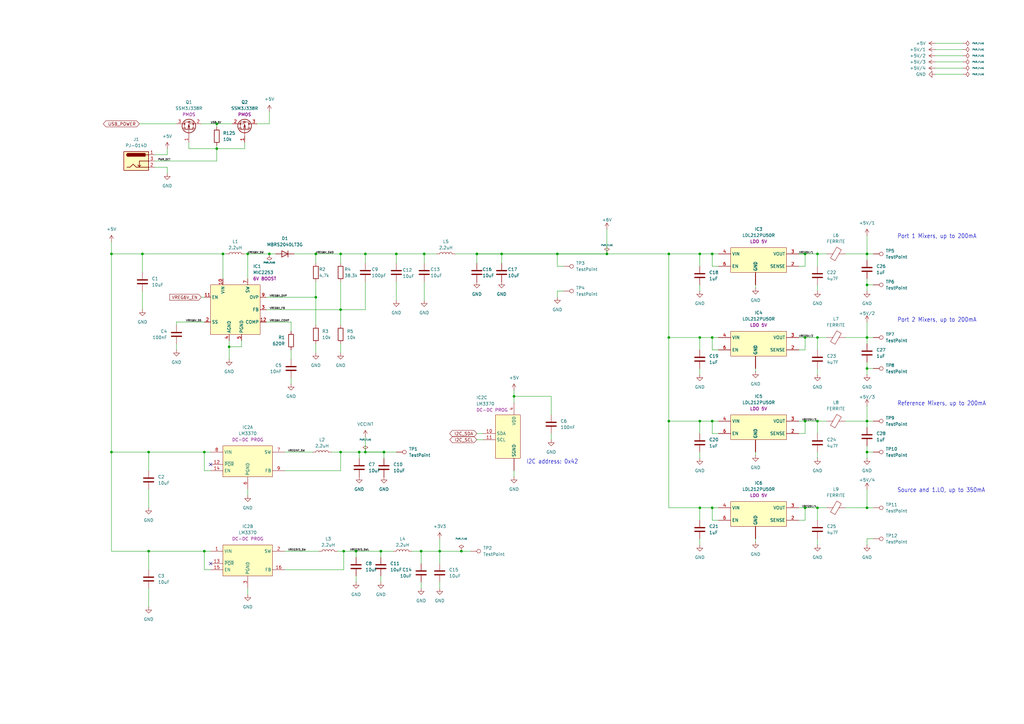
<source format=kicad_sch>
(kicad_sch (version 20231120) (generator "eeschema") (generator_version "8.0")
  (paper "A3")
  (title_block (title "Power Supply") (company "LibreVNA"))
  (lib_symbols
    (symbol "Connector:Barrel_Jack_Switch" (pin_names hide)
      (property "Reference" "J" (at 0 5.334 0))
      (property "Value" "Barrel_Jack_Switch" (at 0 -5.08 0))
      (symbol "Barrel_Jack_Switch_1_1"
        (pin passive line (at 7.62 2.54 180) (length 2.54) (name "~") (number "1"))
        (pin passive line (at 7.62 -2.54 180) (length 2.54) (name "~") (number "2"))
        (pin passive line (at 7.62 0 180) (length 2.54) (name "~") (number "3"))
      )
    )
    (symbol "Connector:TestPoint" (pin_numbers hide) (pin_names (offset 0.762) hide)
      (property "Reference" "TP" (at 0 6.858 0))
      (property "Value" "TestPoint" (at 0 5.08 0))
      (symbol "TestPoint_1_1"
        (pin passive line (at 0 0 90) (length 2.54) (name "1") (number "1"))
      )
    )
    (symbol "Device:C" (pin_numbers hide) (pin_names (offset 0.254))
      (property "Reference" "C" (at 0.635 2.54 0))
      (property "Value" "C" (at 0.635 -2.54 0))
      (symbol "C_1_1"
        (pin passive line (at 0 3.81 270) (length 2.794) (name "~") (number "1"))
        (pin passive line (at 0 -3.81 90) (length 2.794) (name "~") (number "2"))
      )
    )
    (symbol "Device:D" (pin_numbers hide) (pin_names (offset 1.016) hide)
      (property "Reference" "D" (at 0 2.54 0))
      (property "Value" "D" (at 0 -2.54 0))
      (symbol "D_1_1"
        (pin passive line (at -3.81 0 0) (length 2.54) (name "K") (number "1"))
        (pin passive line (at 3.81 0 180) (length 2.54) (name "A") (number "2"))
      )
    )
    (symbol "Device:FerriteBead" (pin_numbers hide) (pin_names (offset 0))
      (property "Reference" "FB" (at -3.81 0.635 90))
      (property "Value" "FerriteBead" (at 3.81 0 90))
      (symbol "FerriteBead_1_1"
        (pin passive line (at 0 3.81 270) (length 2.54) (name "~") (number "1"))
        (pin passive line (at 0 -3.81 90) (length 2.54) (name "~") (number "2"))
      )
    )
    (symbol "Device:L" (pin_numbers hide) (pin_names (offset 1.016) hide)
      (property "Reference" "L" (at -1.27 0 90))
      (property "Value" "L" (at 1.905 0 90))
      (symbol "L_1_1"
        (pin passive line (at 0 3.81 270) (length 1.27) (name "1") (number "1"))
        (pin passive line (at 0 -3.81 90) (length 1.27) (name "2") (number "2"))
      )
    )
    (symbol "Device:Q_PMOS_GSD" (pin_names (offset 0) hide)
      (property "Reference" "Q" (at 5.08 1.27 0))
      (property "Value" "Q_PMOS_GSD" (at 5.08 -1.27 0))
      (symbol "Q_PMOS_GSD_1_1"
        (pin input line (at -5.08 0 0) (length 2.54) (name "G") (number "1"))
        (pin passive line (at 2.54 -5.08 90) (length 2.54) (name "S") (number "2"))
        (pin passive line (at 2.54 5.08 270) (length 2.54) (name "D") (number "3"))
      )
    )
    (symbol "Device:R" (pin_numbers hide) (pin_names (offset 0))
      (property "Reference" "R" (at 2.032 0 90))
      (property "Value" "R" (at 0 0 90))
      (symbol "R_1_1"
        (pin passive line (at 0 3.81 270) (length 1.27) (name "~") (number "1"))
        (pin passive line (at 0 -3.81 90) (length 1.27) (name "~") (number "2"))
      )
    )
    (symbol "Regulator_Switching:MIC2253"
      (property "Reference" "U" (at -8.89 -11.43 0))
      (property "Value" "MIC2253" (at 7.62 -11.43 0))
      (symbol "MIC2253_1_1"
        (pin no_connect line (at -12.7 0 0) (length 2.54) hide (name "NC") (number "1"))
        (pin power_in line (at -5.08 12.7 270) (length 2.54) (name "VIN") (number "10"))
        (pin input line (at -12.7 5.08 0) (length 2.54) (name "EN") (number "11"))
        (pin input line (at 12.7 -5.08 180) (length 2.54) (name "COMP") (number "12"))
        (pin passive line (at 2.54 -12.7 90) (length 2.54) hide (name "PGND") (number "13"))
        (pin input line (at -12.7 -5.08 0) (length 2.54) (name "SS") (number "2"))
        (pin input line (at 12.7 0 180) (length 2.54) (name "FB") (number "3"))
        (pin power_in line (at -2.54 -12.7 90) (length 2.54) (name "AGND") (number "4"))
        (pin power_in line (at 2.54 -12.7 90) (length 2.54) (name "PGND") (number "5"))
        (pin passive line (at 2.54 -12.7 90) (length 2.54) hide (name "PGND") (number "6"))
        (pin power_in line (at 5.08 12.7 270) (length 2.54) (name "SW") (number "7"))
        (pin passive line (at 5.08 12.7 270) (length 2.54) hide (name "SW") (number "8"))
        (pin input line (at 12.7 5.08 180) (length 2.54) (name "OVP") (number "9"))
      )
    )
    (symbol "VNA:C-EU?{colon}1C0603"
      (property "Reference" "C" (at 1.524 0.381 0))
      (symbol "C-EU?{colon}1C0603_1_0"
        (pin passive line (at 0 2.54 270) (length 2.54) (name "1") (number "1"))
        (pin passive line (at 0 -5.08 90) (length 2.54) (name "2") (number "2"))
      )
    )
    (symbol "VNA:C-EU?{colon}2C0402"
      (property "Reference" "C" (at 1.524 0.381 0))
      (symbol "C-EU?{colon}2C0402_1_0"
        (pin passive line (at 0 2.54 270) (length 2.54) (name "1") (number "1"))
        (pin passive line (at 0 -5.08 90) (length 2.54) (name "2") (number "2"))
      )
    )
    (symbol "VNA:C-EUC1206"
      (property "Reference" "C" (at 1.524 0.381 0))
      (symbol "C-EUC1206_1_0"
        (pin passive line (at 0 2.54 270) (length 2.54) (name "1") (number "1"))
        (pin passive line (at 0 -5.08 90) (length 2.54) (name "2") (number "2"))
      )
    )
    (symbol "VNA:FERRITE"
      (property "Reference" "L" (at -1.4986 -3.81 90))
      (symbol "FERRITE_1_0"
        (pin passive line (at 0 5.08 270) (length 2.54) (name "1") (number "1"))
        (pin passive line (at 0 -5.08 90) (length 2.54) (name "2") (number "2"))
      )
    )
    (symbol "VNA:LDL212PU50R"
      (property "Reference" "IC" (at -10.16 -10.16 0))
      (property "Value" "LDL212PU50R" (at 2.54 -10.16 0))
      (symbol "LDL212PU50R_1_0"
        (pin power_in line (at 0 -12.7 90) (length 5.08) (name "GND") (number "1"))
        (pin input line (at 17.78 -5.08 180) (length 5.08) (name "SENSE") (number "2"))
        (pin power_out line (at 17.78 0 180) (length 5.08) (name "VOUT") (number "3"))
        (pin power_in line (at -15.24 0 0) (length 5.08) (name "VIN") (number "4"))
        (pin input line (at -15.24 -5.08 0) (length 5.08) (name "EN") (number "6"))
        (pin passive line (at 0 -12.7 90) (length 5.08) (name "GND") (number "7"))
      )
    )
    (symbol "VNA:LM3370"
      (property "Reference" "IC" (at -10.414 -7.62 0))
      (property "Value" "LM3370" (at 4.826 -7.62 0))
      (symbol "LM3370_1_0"
        (pin input line (at -15.24 0 0) (length 5.08) (name "~{POR}") (number "12"))
        (pin input line (at -15.24 -2.54 0) (length 5.08) (name "EN") (number "14"))
        (pin power_in line (at 0 -10.16 90) (length 5.08) (name "PGND") (number "6"))
        (pin output line (at 15.24 5.08 180) (length 5.08) (name "SW") (number "7"))
        (pin power_in line (at -15.24 5.08 0) (length 5.08) (name "VIN") (number "8"))
        (pin input line (at 15.24 -2.54 180) (length 5.08) (name "FB") (number "9"))
      )
      (symbol "LM3370_2_0"
        (pin power_in line (at -15.24 5.08 0) (length 5.08) (name "VIN") (number "1"))
        (pin input line (at -15.24 0 0) (length 5.08) (name "~{POR}") (number "13"))
        (pin input line (at -15.24 -2.54 0) (length 5.08) (name "EN") (number "15"))
        (pin input line (at 15.24 -2.54 180) (length 5.08) (name "FB") (number "16"))
        (pin output line (at 15.24 5.08 180) (length 5.08) (name "SW") (number "2"))
        (pin power_in line (at 0 -10.16 90) (length 5.08) (name "PGND") (number "3"))
      )
      (symbol "LM3370_3_0"
        (pin bidirectional line (at -10.16 2.54 0) (length 5.08) (name "SDA") (number "10"))
        (pin bidirectional line (at -10.16 0 0) (length 5.08) (name "SCL") (number "11"))
        (pin power_in line (at 2.54 -12.7 90) (length 5.08) (name "SGND") (number "17"))
        (pin power_in line (at 2.54 15.24 270) (length 5.08) (name "VDD") (number "4"))
        (pin passive line (at 2.54 -12.7 90) (length 5.08) (name "SGND") (number "5"))
      )
    )
    (symbol "VNA:R-EU_R0402"
      (property "Reference" "R" (at -3.81 1.4986 0))
      (symbol "R-EU_R0402_1_0"
        (pin passive line (at -5.08 0 0) (length 2.54) (name "1") (number "1"))
        (pin passive line (at 5.08 0 180) (length 2.54) (name "2") (number "2"))
      )
    )
    (symbol "power:GND" (power) (pin_numbers hide) (pin_names (offset 0) hide)
      (property "Value" "GND" (at 0 -3.81 0))
      (symbol "GND_1_1"
        (pin power_in line (at 0 0 270) (length 0) (name "~") (number "1"))
      )
    )
    (symbol "power:PWR_FLAG" (power) (pin_numbers hide) (pin_names (offset 0) hide)
      (property "Value" "PWR_FLAG" (at 0 3.81 0))
      (symbol "PWR_FLAG_0_0"
        (pin power_out line (at 0 0 90) (length 0) (name "~") (number "1"))
      )
    )
    (symbol "power:VCC" (power) (pin_numbers hide) (pin_names (offset 0) hide)
      (property "Value" "VCC" (at 0 3.556 0))
      (symbol "VCC_1_1"
        (pin power_in line (at 0 0 90) (length 0) (name "~") (number "1"))
      )
    )
  )
  (junction (at 287.02 138.43))
  (junction (at 335.28 104.14))
  (junction (at 287.02 172.72))
  (junction (at 355.6 208.28))
  (junction (at 355.6 138.43))
  (junction (at 355.6 172.72))
  (junction (at 173.99 104.14))
  (junction (at 149.86 185.42))
  (junction (at 88.9 50.8))
  (junction (at 330.2 208.28))
  (junction (at 274.32 104.14))
  (junction (at 172.72 226.06))
  (junction (at 205.74 104.14))
  (junction (at 210.82 162.56))
  (junction (at 335.28 172.72))
  (junction (at 83.82 185.42))
  (junction (at 292.1 172.72))
  (junction (at 149.86 104.14))
  (junction (at 287.02 208.28))
  (junction (at 83.82 226.06))
  (junction (at 110.49 104.14))
  (junction (at 292.1 138.43))
  (junction (at 140.97 226.06))
  (junction (at 60.96 226.06))
  (junction (at 162.56 104.14))
  (junction (at 330.2 104.14))
  (junction (at 228.6 104.14))
  (junction (at 195.58 104.14))
  (junction (at 335.28 208.28))
  (junction (at 292.1 104.14))
  (junction (at 93.98 142.24))
  (junction (at 157.48 185.42))
  (junction (at 147.32 185.42))
  (junction (at 355.6 104.14))
  (junction (at 292.1 208.28))
  (junction (at 287.02 104.14))
  (junction (at 330.2 138.43))
  (junction (at 274.32 138.43))
  (junction (at 139.7 127))
  (junction (at 180.34 226.06))
  (junction (at 355.6 116.84))
  (junction (at 101.6 104.14))
  (junction (at 156.21 226.06))
  (junction (at 248.92 104.14))
  (junction (at 355.6 185.42))
  (junction (at 335.28 138.43))
  (junction (at 274.32 172.72))
  (junction (at 45.72 185.42))
  (junction (at 129.54 121.92))
  (junction (at 139.7 185.42))
  (junction (at 58.42 104.14))
  (junction (at 146.05 226.06))
  (junction (at 139.7 104.14))
  (junction (at 45.72 104.14))
  (junction (at 60.96 185.42))
  (junction (at 129.54 104.14))
  (junction (at 91.44 104.14))
  (junction (at 330.2 172.72))
  (junction (at 88.9 60.96))
  (junction (at 355.6 151.13))
  (junction (at 189.23 226.06))
  (no_connect (at 86.36 231.14))
  (no_connect (at 86.36 190.5))
  (wire (pts (xy 72.39 132.08) (xy 72.39 133.35)) (stroke (width 0.1524)))
  (wire (pts (xy 68.58 68.58) (xy 68.58 71.12)) (stroke (width 0.1524)))
  (wire (pts (xy 355.6 153.67) (xy 355.6 151.13)))
  (wire (pts (xy 100.33 60.96) (xy 100.33 58.42)) (stroke (width 0.1524)))
  (wire (pts (xy 88.9 52.07) (xy 88.9 50.8)))
  (wire (pts (xy 172.72 226.06) (xy 172.72 231.14)) (stroke (width 0.1524)))
  (wire (pts (xy 168.91 226.06) (xy 172.72 226.06)) (stroke (width 0.1524)))
  (wire (pts (xy 228.6 104.14) (xy 205.74 104.14)))
  (wire (pts (xy 335.28 153.67) (xy 335.28 151.13)))
  (wire (pts (xy 180.34 226.06) (xy 189.23 226.06)) (stroke (width 0.1524)))
  (wire (pts (xy 82.55 50.8) (xy 88.9 50.8)) (stroke (width 0.1524)))
  (wire (pts (xy 88.9 60.96) (xy 100.33 60.96)) (stroke (width 0.1524)))
  (wire (pts (xy 292.1 208.28) (xy 292.1 213.36)) (stroke (width 0.1524)))
  (wire (pts (xy 88.9 50.8) (xy 95.25 50.8)) (stroke (width 0.1524)))
  (wire (pts (xy 109.22 121.92) (xy 129.54 121.92)) (stroke (width 0.1524)))
  (wire (pts (xy 287.02 208.28) (xy 287.02 213.36)) (stroke (width 0.1524)))
  (wire (pts (xy 101.6 104.14) (xy 101.6 114.3)) (stroke (width 0.1524)))
  (wire (pts (xy 173.99 104.14) (xy 179.07 104.14)) (stroke (width 0.1524)))
  (wire (pts (xy 149.86 185.42) (xy 157.48 185.42)) (stroke (width 0.1524)))
  (wire (pts (xy 210.82 195.58) (xy 210.82 193.04)) (stroke (width 0.1524)))
  (wire (pts (xy 68.58 60.96) (xy 68.58 63.5)) (stroke (width 0.1524)))
  (wire (pts (xy 383.54 20.32) (xy 394.97 20.32)))
  (wire (pts (xy 99.06 139.7) (xy 99.06 142.24)))
  (wire (pts (xy 292.1 104.14) (xy 292.1 109.22)) (stroke (width 0.1524)))
  (wire (pts (xy 358.14 208.28) (xy 355.6 208.28)) (stroke (width 0.1524)))
  (wire (pts (xy 146.05 228.6) (xy 146.05 226.06)) (stroke (width 0.1524)))
  (wire (pts (xy 287.02 208.28) (xy 274.32 208.28)) (stroke (width 0.1524)))
  (wire (pts (xy 287.02 104.14) (xy 287.02 109.22)) (stroke (width 0.1524)))
  (wire (pts (xy 248.92 93.98) (xy 248.92 104.14)))
  (wire (pts (xy 149.86 127) (xy 149.86 115.57)) (stroke (width 0.1524)))
  (wire (pts (xy 355.6 175.26) (xy 355.6 172.72)) (stroke (width 0.1524)))
  (wire (pts (xy 358.14 185.42) (xy 355.6 185.42)) (stroke (width 0.1524)))
  (wire (pts (xy 156.21 226.06) (xy 156.21 228.6)) (stroke (width 0.1524)))
  (wire (pts (xy 139.7 127) (xy 149.86 127)) (stroke (width 0.1524)))
  (wire (pts (xy 292.1 138.43) (xy 292.1 143.51)) (stroke (width 0.1524)))
  (wire (pts (xy 292.1 177.8) (xy 294.64 177.8)) (stroke (width 0.1524)))
  (wire (pts (xy 139.7 193.04) (xy 139.7 185.42)) (stroke (width 0.1524)))
  (wire (pts (xy 58.42 104.14) (xy 45.72 104.14)) (stroke (width 0.1524)))
  (wire (pts (xy 205.74 104.14) (xy 228.6 104.14)) (stroke (width 0.1524)))
  (wire (pts (xy 358.14 104.14) (xy 355.6 104.14)) (stroke (width 0.1524)))
  (wire (pts (xy 99.06 142.24) (xy 93.98 142.24)))
  (wire (pts (xy 274.32 104.14) (xy 287.02 104.14)) (stroke (width 0.1524)))
  (wire (pts (xy 57.15 50.8) (xy 72.39 50.8)) (stroke (width 0.1524)))
  (wire (pts (xy 195.58 104.14) (xy 195.58 107.95)) (stroke (width 0.1524)))
  (wire (pts (xy 140.97 226.06) (xy 146.05 226.06)) (stroke (width 0.1524)))
  (wire (pts (xy 60.96 200.66) (xy 60.96 208.28)) (stroke (width 0.1524)))
  (wire (pts (xy 180.34 220.98) (xy 180.34 226.06)) (stroke (width 0.1524)))
  (wire (pts (xy 77.47 58.42) (xy 77.47 60.96)) (stroke (width 0.1524)))
  (wire (pts (xy 198.12 177.8) (xy 195.58 177.8)) (stroke (width 0.1524)))
  (wire (pts (xy 173.99 123.19) (xy 173.99 115.57)))
  (wire (pts (xy 91.44 104.14) (xy 91.44 114.3)) (stroke (width 0.1524)))
  (wire (pts (xy 60.96 241.3) (xy 60.96 248.92)) (stroke (width 0.1524)))
  (wire (pts (xy 330.2 208.28) (xy 335.28 208.28)) (stroke (width 0.1524)))
  (wire (pts (xy 83.82 121.92) (xy 82.55 121.92)))
  (wire (pts (xy 83.82 226.06) (xy 86.36 226.06)) (stroke (width 0.1524)))
  (wire (pts (xy 346.71 208.28) (xy 355.6 208.28)) (stroke (width 0.1524)))
  (wire (pts (xy 149.86 179.07) (xy 149.86 185.42)) (stroke (width 0.1524)))
  (wire (pts (xy 355.6 185.42) (xy 355.6 182.88)) (stroke (width 0.1524)))
  (wire (pts (xy 292.1 172.72) (xy 287.02 172.72)) (stroke (width 0.1524)))
  (wire (pts (xy 287.02 172.72) (xy 287.02 177.8)) (stroke (width 0.1524)))
  (wire (pts (xy 274.32 208.28) (xy 274.32 172.72)) (stroke (width 0.1524)))
  (wire (pts (xy 231.14 119.38) (xy 228.6 119.38)) (stroke (width 0.1524)))
  (wire (pts (xy 156.21 238.76) (xy 156.21 236.22)) (stroke (width 0.1524)))
  (wire (pts (xy 330.2 177.8) (xy 330.2 172.72)) (stroke (width 0.1524)))
  (wire (pts (xy 205.74 104.14) (xy 195.58 104.14)))
  (wire (pts (xy 292.1 208.28) (xy 287.02 208.28)) (stroke (width 0.1524)))
  (wire (pts (xy 116.84 226.06) (xy 130.81 226.06)) (stroke (width 0.1524)))
  (wire (pts (xy 355.6 106.68) (xy 355.6 104.14)) (stroke (width 0.1524)))
  (wire (pts (xy 287.02 138.43) (xy 287.02 143.51)) (stroke (width 0.1524)))
  (wire (pts (xy 86.36 185.42) (xy 83.82 185.42)) (stroke (width 0.1524)))
  (wire (pts (xy 335.28 172.72) (xy 339.09 172.72)) (stroke (width 0.1524)))
  (wire (pts (xy 358.14 151.13) (xy 355.6 151.13)) (stroke (width 0.1524)))
  (wire (pts (xy 327.66 109.22) (xy 330.2 109.22)) (stroke (width 0.1524)))
  (wire (pts (xy 355.6 119.38) (xy 355.6 116.84)))
  (wire (pts (xy 83.82 233.68) (xy 83.82 226.06)) (stroke (width 0.1524)))
  (wire (pts (xy 292.1 213.36) (xy 294.64 213.36)) (stroke (width 0.1524)))
  (wire (pts (xy 355.6 223.52) (xy 355.6 220.98)) (stroke (width 0.1524)))
  (wire (pts (xy 157.48 185.42) (xy 157.48 187.96)) (stroke (width 0.1524)))
  (wire (pts (xy 162.56 104.14) (xy 173.99 104.14)) (stroke (width 0.1524)))
  (wire (pts (xy 105.41 50.8) (xy 110.49 50.8)) (stroke (width 0.1524)))
  (wire (pts (xy 248.92 104.14) (xy 274.32 104.14)) (stroke (width 0.1524)))
  (wire (pts (xy 58.42 119.38) (xy 58.42 127)) (stroke (width 0.1524)))
  (wire (pts (xy 110.49 104.14) (xy 113.03 104.14)) (stroke (width 0.1524)))
  (wire (pts (xy 383.54 30.48) (xy 394.97 30.48)))
  (wire (pts (xy 138.43 226.06) (xy 140.97 226.06)) (stroke (width 0.1524)))
  (wire (pts (xy 146.05 226.06) (xy 156.21 226.06)) (stroke (width 0.1524)))
  (wire (pts (xy 226.06 162.56) (xy 226.06 170.18)) (stroke (width 0.1524)))
  (wire (pts (xy 129.54 104.14) (xy 139.7 104.14)) (stroke (width 0.1524)))
  (wire (pts (xy 149.86 104.14) (xy 162.56 104.14)) (stroke (width 0.1524)))
  (wire (pts (xy 63.5 68.58) (xy 68.58 68.58)) (stroke (width 0.1524)))
  (wire (pts (xy 120.65 104.14) (xy 129.54 104.14)) (stroke (width 0.1524)))
  (wire (pts (xy 100.33 104.14) (xy 101.6 104.14)) (stroke (width 0.1524)))
  (wire (pts (xy 287.02 172.72) (xy 274.32 172.72)) (stroke (width 0.1524)))
  (wire (pts (xy 116.84 233.68) (xy 140.97 233.68)) (stroke (width 0.1524)))
  (wire (pts (xy 335.28 119.38) (xy 335.28 116.84)))
  (wire (pts (xy 101.6 203.2) (xy 101.6 200.66)) (stroke (width 0.1524)))
  (wire (pts (xy 139.7 104.14) (xy 149.86 104.14)) (stroke (width 0.1524)))
  (wire (pts (xy 274.32 104.14) (xy 274.32 138.43)) (stroke (width 0.1524)))
  (wire (pts (xy 248.92 104.14) (xy 228.6 104.14)))
  (wire (pts (xy 86.36 233.68) (xy 83.82 233.68)) (stroke (width 0.1524)))
  (wire (pts (xy 83.82 185.42) (xy 60.96 185.42)) (stroke (width 0.1524)))
  (wire (pts (xy 355.6 96.52) (xy 355.6 104.14)) (stroke (width 0.1524)))
  (wire (pts (xy 60.96 226.06) (xy 60.96 233.68)) (stroke (width 0.1524)))
  (wire (pts (xy 119.38 132.08) (xy 119.38 135.89)) (stroke (width 0.1524)))
  (wire (pts (xy 93.98 139.7) (xy 93.98 142.24)) (stroke (width 0.1524)))
  (wire (pts (xy 335.28 138.43) (xy 335.28 143.51)) (stroke (width 0.1524)))
  (wire (pts (xy 287.02 153.67) (xy 287.02 151.13)))
  (wire (pts (xy 383.54 17.78) (xy 394.97 17.78)))
  (wire (pts (xy 327.66 138.43) (xy 330.2 138.43)) (stroke (width 0.1524)))
  (wire (pts (xy 309.88 222.25) (xy 309.88 220.98)))
  (wire (pts (xy 189.23 226.06) (xy 193.04 226.06)) (stroke (width 0.1524)))
  (wire (pts (xy 83.82 193.04) (xy 83.82 185.42)) (stroke (width 0.1524)))
  (wire (pts (xy 355.6 151.13) (xy 355.6 148.59)) (stroke (width 0.1524)))
  (wire (pts (xy 330.2 104.14) (xy 335.28 104.14)) (stroke (width 0.1524)))
  (wire (pts (xy 335.28 187.96) (xy 335.28 185.42)))
  (wire (pts (xy 327.66 104.14) (xy 330.2 104.14)) (stroke (width 0.1524)))
  (wire (pts (xy 139.7 185.42) (xy 135.89 185.42)) (stroke (width 0.1524)))
  (wire (pts (xy 358.14 116.84) (xy 355.6 116.84)) (stroke (width 0.1524)))
  (wire (pts (xy 93.98 142.24) (xy 93.98 147.32)) (stroke (width 0.1524)))
  (wire (pts (xy 292.1 138.43) (xy 287.02 138.43)) (stroke (width 0.1524)))
  (wire (pts (xy 139.7 107.95) (xy 139.7 104.14)) (stroke (width 0.1524)))
  (wire (pts (xy 346.71 104.14) (xy 355.6 104.14)) (stroke (width 0.1524)))
  (wire (pts (xy 140.97 233.68) (xy 140.97 226.06)) (stroke (width 0.1524)))
  (wire (pts (xy 172.72 241.3) (xy 172.72 238.76)) (stroke (width 0.1524)))
  (wire (pts (xy 355.6 220.98) (xy 358.14 220.98)) (stroke (width 0.1524)))
  (wire (pts (xy 330.2 172.72) (xy 335.28 172.72)) (stroke (width 0.1524)))
  (wire (pts (xy 147.32 185.42) (xy 149.86 185.42)) (stroke (width 0.1524)))
  (wire (pts (xy 309.88 118.11) (xy 309.88 116.84)))
  (wire (pts (xy 77.47 60.96) (xy 88.9 60.96)) (stroke (width 0.1524)))
  (wire (pts (xy 83.82 132.08) (xy 72.39 132.08)) (stroke (width 0.1524)))
  (wire (pts (xy 58.42 104.14) (xy 58.42 111.76)) (stroke (width 0.1524)))
  (wire (pts (xy 92.71 104.14) (xy 91.44 104.14)))
  (wire (pts (xy 101.6 241.3) (xy 101.6 243.84)) (stroke (width 0.1524)))
  (wire (pts (xy 63.5 63.5) (xy 68.58 63.5)) (stroke (width 0.1524)))
  (wire (pts (xy 129.54 115.57) (xy 129.54 121.92)) (stroke (width 0.1524)))
  (wire (pts (xy 110.49 50.8) (xy 110.49 45.72)) (stroke (width 0.1524)))
  (wire (pts (xy 157.48 185.42) (xy 162.56 185.42)) (stroke (width 0.1524)))
  (wire (pts (xy 383.54 27.94) (xy 394.97 27.94)))
  (wire (pts (xy 109.22 127) (xy 139.7 127)) (stroke (width 0.1524)))
  (wire (pts (xy 292.1 104.14) (xy 287.02 104.14)) (stroke (width 0.1524)))
  (wire (pts (xy 327.66 104.14) (xy 330.2 104.14)))
  (wire (pts (xy 60.96 185.42) (xy 45.72 185.42)) (stroke (width 0.1524)))
  (wire (pts (xy 292.1 143.51) (xy 294.64 143.51)) (stroke (width 0.1524)))
  (wire (pts (xy 180.34 241.3) (xy 180.34 238.76)) (stroke (width 0.1524)))
  (wire (pts (xy 210.82 162.56) (xy 226.06 162.56)) (stroke (width 0.1524)))
  (wire (pts (xy 287.02 138.43) (xy 274.32 138.43)) (stroke (width 0.1524)))
  (wire (pts (xy 346.71 172.72) (xy 355.6 172.72)) (stroke (width 0.1524)))
  (wire (pts (xy 294.64 208.28) (xy 292.1 208.28)) (stroke (width 0.1524)))
  (wire (pts (xy 156.21 226.06) (xy 161.29 226.06)) (stroke (width 0.1524)))
  (wire (pts (xy 330.2 109.22) (xy 330.2 104.14)) (stroke (width 0.1524)))
  (wire (pts (xy 172.72 226.06) (xy 180.34 226.06)) (stroke (width 0.1524)))
  (wire (pts (xy 195.58 104.14) (xy 205.74 104.14)) (stroke (width 0.1524)))
  (wire (pts (xy 139.7 185.42) (xy 147.32 185.42)) (stroke (width 0.1524)))
  (wire (pts (xy 287.02 187.96) (xy 287.02 185.42)))
  (wire (pts (xy 327.66 208.28) (xy 330.2 208.28)) (stroke (width 0.1524)))
  (wire (pts (xy 383.54 25.4) (xy 394.97 25.4)))
  (wire (pts (xy 358.14 138.43) (xy 355.6 138.43)) (stroke (width 0.1524)))
  (wire (pts (xy 147.32 187.96) (xy 147.32 185.42)) (stroke (width 0.1524)))
  (wire (pts (xy 180.34 226.06) (xy 180.34 231.14)) (stroke (width 0.1524)))
  (wire (pts (xy 346.71 138.43) (xy 355.6 138.43)) (stroke (width 0.1524)))
  (wire (pts (xy 294.64 104.14) (xy 292.1 104.14)) (stroke (width 0.1524)))
  (wire (pts (xy 327.66 213.36) (xy 330.2 213.36)) (stroke (width 0.1524)))
  (wire (pts (xy 116.84 193.04) (xy 139.7 193.04)) (stroke (width 0.1524)))
  (wire (pts (xy 355.6 187.96) (xy 355.6 185.42)))
  (wire (pts (xy 335.28 138.43) (xy 339.09 138.43)) (stroke (width 0.1524)))
  (wire (pts (xy 45.72 185.42) (xy 45.72 104.14)) (stroke (width 0.1524)))
  (wire (pts (xy 116.84 185.42) (xy 128.27 185.42)) (stroke (width 0.1524)))
  (wire (pts (xy 210.82 162.56) (xy 210.82 165.1)) (stroke (width 0.1524)))
  (wire (pts (xy 287.02 119.38) (xy 287.02 116.84)))
  (wire (pts (xy 327.66 172.72) (xy 330.2 172.72)) (stroke (width 0.1524)))
  (wire (pts (xy 60.96 226.06) (xy 83.82 226.06)) (stroke (width 0.1524)))
  (wire (pts (xy 335.28 172.72) (xy 335.28 177.8)) (stroke (width 0.1524)))
  (wire (pts (xy 330.2 213.36) (xy 330.2 208.28)) (stroke (width 0.1524)))
  (wire (pts (xy 139.7 144.78) (xy 139.7 140.97)) (stroke (width 0.1524)))
  (wire (pts (xy 162.56 123.19) (xy 162.56 115.57)))
  (wire (pts (xy 129.54 144.78) (xy 129.54 140.97)) (stroke (width 0.1524)))
  (wire (pts (xy 274.32 172.72) (xy 274.32 138.43)) (stroke (width 0.1524)))
  (wire (pts (xy 60.96 185.42) (xy 60.96 193.04)) (stroke (width 0.1524)))
  (wire (pts (xy 139.7 115.57) (xy 139.7 127)) (stroke (width 0.1524)))
  (wire (pts (xy 327.66 143.51) (xy 330.2 143.51)) (stroke (width 0.1524)))
  (wire (pts (xy 210.82 160.02) (xy 210.82 162.56)) (stroke (width 0.1524)))
  (wire (pts (xy 335.28 208.28) (xy 339.09 208.28)) (stroke (width 0.1524)))
  (wire (pts (xy 63.5 66.04) (xy 88.9 66.04)) (stroke (width 0.1524)))
  (wire (pts (xy 45.72 104.14) (xy 45.72 99.06)) (stroke (width 0.1524)))
  (wire (pts (xy 173.99 104.14) (xy 173.99 107.95)) (stroke (width 0.1524)))
  (wire (pts (xy 88.9 59.69) (xy 88.9 60.96)))
  (wire (pts (xy 119.38 143.51) (xy 119.38 147.32)) (stroke (width 0.1524)))
  (wire (pts (xy 149.86 185.42) (xy 157.48 185.42)))
  (wire (pts (xy 129.54 121.92) (xy 129.54 133.35)) (stroke (width 0.1524)))
  (wire (pts (xy 294.64 172.72) (xy 292.1 172.72)) (stroke (width 0.1524)))
  (wire (pts (xy 355.6 116.84) (xy 355.6 114.3)) (stroke (width 0.1524)))
  (wire (pts (xy 226.06 180.34) (xy 226.06 177.8)) (stroke (width 0.1524)))
  (wire (pts (xy 101.6 104.14) (xy 110.49 104.14)) (stroke (width 0.1524)))
  (wire (pts (xy 146.05 238.76) (xy 146.05 236.22)) (stroke (width 0.1524)))
  (wire (pts (xy 88.9 66.04) (xy 88.9 60.96)) (stroke (width 0.1524)))
  (wire (pts (xy 330.2 138.43) (xy 335.28 138.43)) (stroke (width 0.1524)))
  (wire (pts (xy 330.2 143.51) (xy 330.2 138.43)) (stroke (width 0.1524)))
  (wire (pts (xy 139.7 133.35) (xy 139.7 127)) (stroke (width 0.1524)))
  (wire (pts (xy 60.96 226.06) (xy 45.72 226.06)) (stroke (width 0.1524)))
  (wire (pts (xy 294.64 138.43) (xy 292.1 138.43)) (stroke (width 0.1524)))
  (wire (pts (xy 162.56 107.95) (xy 162.56 104.14)) (stroke (width 0.1524)))
  (wire (pts (xy 292.1 172.72) (xy 292.1 177.8)) (stroke (width 0.1524)))
  (wire (pts (xy 335.28 208.28) (xy 335.28 213.36)) (stroke (width 0.1524)))
  (wire (pts (xy 358.14 172.72) (xy 355.6 172.72)) (stroke (width 0.1524)))
  (wire (pts (xy 355.6 172.72) (xy 355.6 166.37)) (stroke (width 0.1524)))
  (wire (pts (xy 86.36 193.04) (xy 83.82 193.04)) (stroke (width 0.1524)))
  (wire (pts (xy 355.6 132.08) (xy 355.6 138.43)) (stroke (width 0.1524)))
  (wire (pts (xy 355.6 140.97) (xy 355.6 138.43)) (stroke (width 0.1524)))
  (wire (pts (xy 119.38 154.94) (xy 119.38 157.48)) (stroke (width 0.1524)))
  (wire (pts (xy 198.12 180.34) (xy 195.58 180.34)) (stroke (width 0.1524)))
  (wire (pts (xy 72.39 140.97) (xy 72.39 143.51)) (stroke (width 0.1524)))
  (wire (pts (xy 231.14 109.22) (xy 228.6 109.22)) (stroke (width 0.1524)))
  (wire (pts (xy 355.6 200.66) (xy 355.6 208.28)) (stroke (width 0.1524)))
  (wire (pts (xy 186.69 104.14) (xy 195.58 104.14)) (stroke (width 0.1524)))
  (wire (pts (xy 309.88 186.69) (xy 309.88 185.42)))
  (wire (pts (xy 109.22 132.08) (xy 119.38 132.08)))
  (wire (pts (xy 327.66 177.8) (xy 330.2 177.8)) (stroke (width 0.1524)))
  (wire (pts (xy 228.6 119.38) (xy 228.6 121.92)) (stroke (width 0.1524)))
  (wire (pts (xy 335.28 223.52) (xy 335.28 220.98)))
  (wire (pts (xy 129.54 107.95) (xy 129.54 104.14)) (stroke (width 0.1524)))
  (wire (pts (xy 287.02 223.52) (xy 287.02 220.98)))
  (wire (pts (xy 228.6 104.14) (xy 248.92 104.14)) (stroke (width 0.1524)))
  (wire (pts (xy 383.54 22.86) (xy 394.97 22.86)))
  (wire (pts (xy 205.74 104.14) (xy 205.74 107.95)) (stroke (width 0.1524)))
  (wire (pts (xy 335.28 104.14) (xy 339.09 104.14)) (stroke (width 0.1524)))
  (wire (pts (xy 309.88 152.4) (xy 309.88 151.13)))
  (wire (pts (xy 292.1 109.22) (xy 294.64 109.22)) (stroke (width 0.1524)))
  (wire (pts (xy 58.42 104.14) (xy 91.44 104.14)) (stroke (width 0.1524)))
  (wire (pts (xy 228.6 109.22) (xy 228.6 104.14)) (stroke (width 0.1524)))
  (wire (pts (xy 149.86 104.14) (xy 149.86 107.95)) (stroke (width 0.1524)))
  (wire (pts (xy 45.72 226.06) (xy 45.72 185.42)) (stroke (width 0.1524)))
  (wire (pts (xy 335.28 104.14) (xy 335.28 109.22)) (stroke (width 0.1524)))
  (text "Port 2 Mixers, up to 200mA" (at 368.046 132.334 0) (effects (font (size 1.778 1.5113)) (justify left bottom)))
  (text "Source and 1.LO, up to 350mA" (at 368.046 202.184 0) (effects (font (size 1.778 1.5113)) (justify left bottom)))
  (text "I2C address: 0x42" (at 215.9 190.5 0) (effects (font (size 1.778 1.5113)) (justify left bottom)))
  (text "Port 1 Mixers, up to 200mA" (at 368.046 98.044 0) (effects (font (size 1.778 1.5113)) (justify left bottom)))
  (text "Reference Mixers, up to 200mA" (at 368.046 166.624 0) (effects (font (size 1.778 1.5113)) (justify left bottom)))
  (label "USB_5V" (at 86.36 50.8 0) (effects (font (size 0.762 0.762))))
  (label "VREG6V_COMP" (at 110.49 132.08 0) (effects (font (size 0.762 0.762))))
  (label "VREGINT_SW" (at 118.11 185.42 0) (effects (font (size 0.762 0.762))))
  (label "VREG3V3_SW" (at 118.11 226.06 0) (effects (font (size 0.762 0.762))))
  (label "VREG6V_FB" (at 110.49 127 0) (effects (font (size 0.762 0.762))))
  (label "VREG6V_OVP" (at 110.49 121.92 0) (effects (font (size 0.762 0.762))))
  (label "VREG6V_SW" (at 101.6 104.14 0) (effects (font (size 0.762 0.762))))
  (label "PWR_DET" (at 64.77 66.04 0) (effects (font (size 0.762 0.762))))
  (label "VREG5V{slash}4" (at 328.93 208.28 0) (effects (font (size 0.762 0.762))))
  (label "VREG5V{slash}1" (at 327.66 104.14 0) (effects (font (size 0.762 0.762))))
  (label "VREG5V{slash}2" (at 327.66 138.43 0) (effects (font (size 0.762 0.762))))
  (label "VREG5V{slash}3" (at 328.93 172.72 0) (effects (font (size 0.762 0.762))))
  (label "VREG6V_SWD" (at 129.54 104.14 0) (effects (font (size 0.762 0.762))))
  (label "VREG3V3_SWL" (at 143.51 226.06 0) (effects (font (size 0.762 0.762))))
  (label "VREG6V_SS" (at 76.2 132.08 0) (effects (font (size 0.762 0.762))))
  (global_label "I2C_SDA" (shape bidirectional) (at 195.58 177.8 180) (property "Intersheetrefs" "${INTERSHEET_REFS}" (at 183.8635 177.8 0) (effects (justify right))))
  (global_label "VREG6V_EN" (shape input) (at 82.55 121.92 180) (property "Intersheetrefs" "${INTERSHEET_REFS}" (at 69.042 121.92 0) (effects (justify right))))
  (global_label "I2C_SCL" (shape bidirectional) (at 195.58 180.34 180) (property "Intersheetrefs" "${INTERSHEET_REFS}" (at 183.924 180.34 0) (effects (justify right))))
  (global_label "USB_POWER" (shape bidirectional) (at 57.15 50.8 180) (property "Intersheetrefs" "${INTERSHEET_REFS}" (at 41.805 50.8 0) (effects (justify right))))
  (symbol (lib_id "power:VCC") (at 383.54 22.86 90) (unit 1)
    (property "Reference" "#SUPPLY0102" (effects (hide yes)))
    (property "Value" "+5V/2" (at 379.73 22.8599 90) (effects (justify left)))
    (property "Description" "Power symbol creates a global label with name \"VCC\"" (effects (hide yes)))
  )
  (symbol (lib_id "Connector:TestPoint") (at 358.14 185.42 270) (unit 1)
    (property "Reference" "TP10" (at 363.22 184.1499 90) (effects (justify left)))
    (property "Value" "TestPoint" (at 363.22 186.6899 90) (effects (justify left)))
    (property "Footprint" "VNA:B1,27" (effects (hide yes)))
    (property "Description" "test point" (effects (hide yes)))
  )
  (symbol (lib_id "power:GND") (at 355.6 187.96 0) (unit 1)
    (property "Reference" "#GND0116" (effects (hide yes)))
    (property "Value" "GND" (at 355.6 193.04 0))
    (property "Description" "Power symbol creates a global label with name \"GND\" , ground" (effects (hide yes)))
  )
  (symbol (lib_id "power:GND") (at 58.42 127 0) (unit 1)
    (property "Reference" "#GND0125" (effects (hide yes)))
    (property "Value" "GND" (at 58.42 132.08 0))
    (property "Description" "Power symbol creates a global label with name \"GND\" , ground" (effects (hide yes)))
  )
  (symbol (lib_id "power:GND") (at 60.96 208.28 0) (unit 1)
    (property "Reference" "#GND0138" (effects (hide yes)))
    (property "Value" "GND" (at 60.96 213.36 0))
    (property "Description" "Power symbol creates a global label with name \"GND\" , ground" (effects (hide yes)))
  )
  (symbol (lib_id "power:PWR_FLAG") (at 248.92 104.14 0) (unit 1)
    (property "Reference" "#FLG0109" (effects (hide yes)))
    (property "Value" "PWR_FLAG" (at 248.92 100.584 0) (effects (font (size 0.635 0.635))))
    (property "Description" "Special symbol for telling ERC where power comes from" (effects (hide yes)))
  )
  (symbol (lib_id "Device:C") (at 58.42 115.57 0) (unit 1)
    (property "Reference" "C1" (at 62.23 114.2999 0) (effects (justify left)))
    (property "Value" "10uF" (at 62.23 116.8399 0) (effects (justify left)))
    (property "Footprint" "Capacitor_SMD:C_1206_3216Metric" (effects (hide yes)))
    (property "Description" "Unpolarized capacitor" (effects (hide yes)))
    (property "Characteristic" "10V" (effects (hide yes)))
  )
  (symbol (lib_id "power:GND") (at 205.74 115.57 0) (unit 1)
    (property "Reference" "#GND0141" (effects (hide yes)))
    (property "Value" "GND" (at 205.74 120.65 0))
    (property "Description" "Power symbol creates a global label with name \"GND\" , ground" (effects (hide yes)))
  )
  (symbol (lib_id "power:PWR_FLAG") (at 394.97 30.48 270) (unit 1)
    (property "Reference" "#FLG0101" (effects (hide yes)))
    (property "Value" "PWR_FLAG" (at 398.78 30.4799 90) (effects (font (size 0.635 0.635)) (justify left)))
    (property "Description" "Special symbol for telling ERC where power comes from" (effects (hide yes)))
  )
  (symbol (lib_id "power:GND") (at 309.88 186.69 0) (unit 1)
    (property "Reference" "#GND0109" (effects (hide yes)))
    (property "Value" "GND" (at 309.88 191.77 0))
    (property "Description" "Power symbol creates a global label with name \"GND\" , ground" (effects (hide yes)))
  )
  (symbol (lib_id "power:GND") (at 335.28 223.52 0) (unit 1)
    (property "Reference" "#GND0113" (effects (hide yes)))
    (property "Value" "GND" (at 335.28 228.6 0))
    (property "Description" "Power symbol creates a global label with name \"GND\" , ground" (effects (hide yes)))
  )
  (symbol (lib_id "power:GND") (at 72.39 143.51 0) (unit 1)
    (property "Reference" "#GND0122" (effects (hide yes)))
    (property "Value" "GND" (at 72.39 148.59 0))
    (property "Description" "Power symbol creates a global label with name \"GND\" , ground" (effects (hide yes)))
  )
  (symbol (lib_id "power:GND") (at 228.6 121.92 0) (unit 1)
    (property "Reference" "#GND0102" (effects (hide yes)))
    (property "Value" "GND" (at 228.6 127 0))
    (property "Description" "Power symbol creates a global label with name \"GND\" , ground" (effects (hide yes)))
  )
  (symbol (lib_id "Device:C") (at 335.28 217.17 180) (unit 1)
    (property "Reference" "C25" (at 339.09 215.8999 0) (effects (justify right)))
    (property "Value" "4u7F" (at 339.09 218.4399 0) (effects (justify right)))
    (property "Footprint" "Capacitor_SMD:C_0603_1608Metric" (effects (hide yes)))
    (property "Description" "Unpolarized capacitor" (effects (hide yes)))
    (property "Characteristic" "10V" (effects (hide yes)))
  )
  (symbol (lib_id "power:VCC") (at 110.49 45.72 0) (unit 1)
    (property "Reference" "#P+0105" (effects (hide yes)))
    (property "Value" "+5V" (at 110.49 40.64 0))
    (property "Description" "Power symbol creates a global label with name \"VCC\"" (effects (hide yes)))
  )
  (symbol (lib_id "Device:C") (at 287.02 113.03 180) (unit 1)
    (property "Reference" "C18" (at 290.83 111.7599 0) (effects (justify right)))
    (property "Value" "1uF" (at 290.83 114.2999 0) (effects (justify right)))
    (property "Footprint" "Capacitor_SMD:C_0603_1608Metric" (effects (hide yes)))
    (property "Description" "Unpolarized capacitor" (effects (hide yes)))
    (property "Characteristic" "16V" (effects (hide yes)))
  )
  (symbol (lib_id "power:GND") (at 226.06 180.34 0) (unit 1)
    (property "Reference" "#GND0103" (effects (hide yes)))
    (property "Value" "GND" (at 226.06 185.42 0))
    (property "Description" "Power symbol creates a global label with name \"GND\" , ground" (effects (hide yes)))
  )
  (symbol (lib_id "Device:C") (at 162.56 111.76 0) (unit 1)
    (property "Reference" "C12" (at 165.1 110.744 0) (effects (justify left)))
    (property "Value" "10uF" (at 165.1 113.284 0) (effects (justify left)))
    (property "Footprint" "Capacitor_SMD:C_1206_3216Metric" (effects (hide yes)))
    (property "Description" "Unpolarized capacitor" (effects (hide yes)))
    (property "Characteristic" "10V" (effects (hide yes)))
  )
  (symbol (lib_id "Device:L") (at 96.52 104.14 90) (unit 1)
    (property "Reference" "L1" (at 96.52 99.06 90))
    (property "Value" "2.2uH" (at 96.52 101.6 90))
    (property "Footprint" "Inductor_SMD:L_Sunlord_SWPA5040S" (effects (hide yes)))
    (property "Description" "Inductor" (effects (hide yes)))
    (property "MPN" "SRN5040-2R2Y" (effects (hide yes)))
  )
  (symbol (lib_id "Device:L") (at 134.62 226.06 90) (unit 1)
    (property "Reference" "L3" (at 134.62 220.98 90))
    (property "Value" "2.2uH" (at 134.62 223.52 90))
    (property "Footprint" "Inductor_SMD:L_Sunlord_SWPA5040S" (effects (hide yes)))
    (property "Description" "Inductor" (effects (hide yes)))
    (property "MPN" "SRN5040-2R2Y" (effects (hide yes)))
  )
  (symbol (lib_id "Device:FerriteBead") (at 342.9 208.28 90) (unit 1)
    (property "Reference" "L9" (at 342.8492 200.66 90))
    (property "Value" "FERRITE" (at 342.8492 203.2 90))
    (property "Footprint" "Resistor_SMD:R_0402_1005Metric" (effects (hide yes)))
    (property "Description" "Ferrite bead" (effects (hide yes)))
    (property "MPN" "BLM15AX601SN1" (effects (hide yes)))
  )
  (symbol (lib_id "power:VCC") (at 149.86 179.07 0) (unit 1)
    (property "Reference" "#VCC0101" (effects (hide yes)))
    (property "Value" "VCCINT" (at 149.86 173.99 0))
    (property "Description" "Power symbol creates a global label with name \"VCC\"" (effects (hide yes)))
  )
  (symbol (lib_id "power:GND") (at 156.21 238.76 0) (unit 1)
    (property "Reference" "#GND0131" (effects (hide yes)))
    (property "Value" "GND" (at 156.21 243.84 0))
    (property "Description" "Power symbol creates a global label with name \"GND\" , ground" (effects (hide yes)))
  )
  (symbol (lib_id "power:GND") (at 93.98 147.32 0) (unit 1)
    (property "Reference" "#GND0123" (effects (hide yes)))
    (property "Value" "GND" (at 93.98 152.4 0))
    (property "Description" "Power symbol creates a global label with name \"GND\" , ground" (effects (hide yes)))
  )
  (symbol (lib_id "Device:C") (at 355.6 144.78 180) (unit 1)
    (property "Reference" "C27" (at 359.41 143.5099 0) (effects (justify right)))
    (property "Value" "1uF" (at 359.41 146.0499 0) (effects (justify right)))
    (property "Footprint" "Capacitor_SMD:C_0603_1608Metric" (effects (hide yes)))
    (property "Description" "Unpolarized capacitor" (effects (hide yes)))
    (property "Characteristic" "16V" (effects (hide yes)))
  )
  (symbol (lib_id "Device:C") (at 172.72 234.95 0) (unit 1)
    (property "Reference" "C14" (at 168.91 233.6799 0) (effects (justify right)))
    (property "Value" "10uF" (at 168.91 236.2199 0) (effects (justify right)))
    (property "Footprint" "Capacitor_SMD:C_1206_3216Metric" (effects (hide yes)))
    (property "Description" "Unpolarized capacitor" (effects (hide yes)))
    (property "Characteristic" "10V" (effects (hide yes)))
  )
  (symbol (lib_id "power:GND") (at 101.6 243.84 0) (unit 1)
    (property "Reference" "#GND0137" (effects (hide yes)))
    (property "Value" "GND" (at 101.6 248.92 0))
    (property "Description" "Power symbol creates a global label with name \"GND\" , ground" (effects (hide yes)))
  )
  (symbol (lib_id "power:GND") (at 335.28 187.96 0) (unit 1)
    (property "Reference" "#GND0111" (effects (hide yes)))
    (property "Value" "GND" (at 335.28 193.04 0))
    (property "Description" "Power symbol creates a global label with name \"GND\" , ground" (effects (hide yes)))
  )
  (symbol (lib_id "Connector:TestPoint") (at 358.14 116.84 270) (unit 1)
    (property "Reference" "TP6" (at 363.22 115.5699 90) (effects (justify left)))
    (property "Value" "TestPoint" (at 363.22 118.1099 90) (effects (justify left)))
    (property "Footprint" "VNA:B1,27" (effects (hide yes)))
    (property "Description" "test point" (effects (hide yes)))
  )
  (symbol (lib_id "Device:L") (at 132.08 185.42 90) (unit 1)
    (property "Reference" "L2" (at 132.08 180.34 90))
    (property "Value" "2.2uH" (at 132.08 182.88 90))
    (property "Footprint" "Inductor_SMD:L_Sunlord_SWPA5040S" (effects (hide yes)))
    (property "Description" "Inductor" (effects (hide yes)))
    (property "MPN" "SRN5040-2R2Y" (effects (hide yes)))
  )
  (symbol (lib_id "power:GND") (at 147.32 195.58 0) (unit 1)
    (property "Reference" "#GND0130" (effects (hide yes)))
    (property "Value" "GND" (at 147.32 200.66 0))
    (property "Description" "Power symbol creates a global label with name \"GND\" , ground" (effects (hide yes)))
  )
  (symbol (lib_id "Device:C") (at 205.74 111.76 0) (unit 1)
    (property "Reference" "C17" (at 208.28 110.49 0) (effects (justify left)))
    (property "Value" "10uF" (at 208.28 113.03 0) (effects (justify left)))
    (property "Footprint" "Capacitor_SMD:C_1206_3216Metric" (effects (hide yes)))
    (property "Description" "Unpolarized capacitor" (effects (hide yes)))
    (property "Characteristic" "10V" (effects (hide yes)))
  )
  (symbol (lib_id "power:GND") (at 157.48 195.58 0) (unit 1)
    (property "Reference" "#GND0128" (effects (hide yes)))
    (property "Value" "GND" (at 157.48 200.66 0))
    (property "Description" "Power symbol creates a global label with name \"GND\" , ground" (effects (hide yes)))
  )
  (symbol (lib_id "power:GND") (at 129.54 144.78 0) (unit 1)
    (property "Reference" "#GND0126" (effects (hide yes)))
    (property "Value" "GND" (at 129.54 149.86 0))
    (property "Description" "Power symbol creates a global label with name \"GND\" , ground" (effects (hide yes)))
  )
  (symbol (lib_id "Device:L") (at 165.1 226.06 90) (unit 1)
    (property "Reference" "L4" (at 165.1 220.98 90))
    (property "Value" "2.2uH" (at 165.1 223.52 90))
    (property "Footprint" "Inductor_SMD:L_Sunlord_SWPA5040S" (effects (hide yes)))
    (property "Description" "Inductor" (effects (hide yes)))
    (property "MPN" "SRN5040-2R2Y" (effects (hide yes)))
  )
  (symbol (lib_id "power:GND") (at 335.28 119.38 0) (unit 1)
    (property "Reference" "#GND0118" (effects (hide yes)))
    (property "Value" "GND" (at 335.28 124.46 0))
    (property "Description" "Power symbol creates a global label with name \"GND\" , ground" (effects (hide yes)))
  )
  (symbol (lib_id "power:GND") (at 101.6 203.2 0) (unit 1)
    (property "Reference" "#GND0135" (effects (hide yes)))
    (property "Value" "GND" (at 101.6 208.28 0))
    (property "Description" "Power symbol creates a global label with name \"GND\" , ground" (effects (hide yes)))
  )
  (symbol (lib_id "Connector:TestPoint") (at 358.14 151.13 270) (unit 1)
    (property "Reference" "TP8" (at 363.22 149.8599 90) (effects (justify left)))
    (property "Value" "TestPoint" (at 363.22 152.3999 90) (effects (justify left)))
    (property "Footprint" "VNA:B1,27" (effects (hide yes)))
    (property "Description" "test point" (effects (hide yes)))
  )
  (symbol (lib_id "power:VCC") (at 355.6 200.66 0) (unit 1)
    (property "Reference" "#SUPPLY0106" (effects (hide yes)))
    (property "Value" "+5V/4" (at 355.6 196.85 0))
    (property "Description" "Power symbol creates a global label with name \"VCC\"" (effects (hide yes)))
  )
  (symbol (lib_id "Connector:TestPoint") (at 358.14 208.28 270) (unit 1)
    (property "Reference" "TP11" (at 363.22 207.0099 90) (effects (justify left)))
    (property "Value" "TestPoint" (at 363.22 209.5499 90) (effects (justify left)))
    (property "Footprint" "VNA:B1,27" (effects (hide yes)))
    (property "Description" "test point" (effects (hide yes)))
  )
  (symbol (lib_id "Device:C") (at 146.05 232.41 0) (unit 1)
    (property "Reference" "C8" (at 149.86 231.1399 0) (effects (justify left)))
    (property "Value" "10uF" (at 149.86 233.6799 0) (effects (justify left)))
    (property "Footprint" "Capacitor_SMD:C_1206_3216Metric" (effects (hide yes)))
    (property "Description" "Unpolarized capacitor" (effects (hide yes)))
    (property "Characteristic" "10V" (effects (hide yes)))
  )
  (symbol (lib_id "power:VCC") (at 383.54 25.4 90) (unit 1)
    (property "Reference" "#SUPPLY0103" (effects (hide yes)))
    (property "Value" "+5V/3" (at 379.73 25.3999 90) (effects (justify left)))
    (property "Description" "Power symbol creates a global label with name \"VCC\"" (effects (hide yes)))
  )
  (symbol (lib_id "Device:R") (at 119.38 139.7 180) (unit 1)
    (property "Reference" "R1" (at 116.84 138.4299 0) (effects (justify left)))
    (property "Value" "620R" (at 116.84 140.9699 0) (effects (justify left)))
    (property "Footprint" "Resistor_SMD:R_0402_1005Metric" (effects (hide yes)))
    (property "Description" "Resistor" (effects (hide yes)))
    (property "Characteristic" "1%" (effects (hide yes)))
  )
  (symbol (lib_id "VNA:LDL212PU50R") (at 309.88 104.14 0) (unit 1)
    (property "Reference" "IC3" (at 311.15 93.98 0))
    (property "Value" "LDL212PU50R" (at 311.15 96.52 0))
    (property "Footprint" "Package_SON:WSON-6-1EP_3x3mm_P0.95mm" (effects (hide yes)))
    (property "MPN" "LDL212PU50R" (effects (hide yes)))
    (property "Comment" "LDO 5V" (at 311.15 99.06 0))
  )
  (symbol (lib_id "power:GND") (at 309.88 152.4 0) (unit 1)
    (property "Reference" "#GND0108" (effects (hide yes)))
    (property "Value" "GND" (at 309.88 157.48 0))
    (property "Description" "Power symbol creates a global label with name \"GND\" , ground" (effects (hide yes)))
  )
  (symbol (lib_id "power:GND") (at 172.72 241.3 0) (unit 1)
    (property "Reference" "#GND0132" (effects (hide yes)))
    (property "Value" "GND" (at 172.72 246.38 0))
    (property "Description" "Power symbol creates a global label with name \"GND\" , ground" (effects (hide yes)))
  )
  (symbol (lib_id "Device:C") (at 180.34 234.95 0) (unit 1)
    (property "Reference" "C15" (at 184.15 233.6799 0) (effects (justify left)))
    (property "Value" "10uF" (at 184.15 236.2199 0) (effects (justify left)))
    (property "Footprint" "Capacitor_SMD:C_1206_3216Metric" (effects (hide yes)))
    (property "Description" "Unpolarized capacitor" (effects (hide yes)))
    (property "Characteristic" "10V" (effects (hide yes)))
  )
  (symbol (lib_id "Device:C") (at 226.06 173.99 180) (unit 1)
    (property "Reference" "C6" (at 229.87 172.7199 0) (effects (justify right)))
    (property "Value" "100nF" (at 229.87 175.2599 0) (effects (justify right)))
    (property "Footprint" "Capacitor_SMD:C_0402_1005Metric" (effects (hide yes)))
    (property "Description" "Unpolarized capacitor" (effects (hide yes)))
  )
  (symbol (lib_id "Device:C") (at 173.99 111.76 0) (unit 1)
    (property "Reference" "C13" (at 176.53 110.49 0) (effects (justify left)))
    (property "Value" "10uF" (at 176.53 113.03 0) (effects (justify left)))
    (property "Footprint" "Capacitor_SMD:C_1206_3216Metric" (effects (hide yes)))
    (property "Description" "Unpolarized capacitor" (effects (hide yes)))
    (property "Characteristic" "10V" (effects (hide yes)))
  )
  (symbol (lib_id "Connector:TestPoint") (at 231.14 109.22 270) (unit 1)
    (property "Reference" "TP3" (at 236.22 107.9499 90) (effects (justify left)))
    (property "Value" "TestPoint" (at 236.22 110.4899 90) (effects (justify left)))
    (property "Footprint" "VNA:B1,27" (effects (hide yes)))
    (property "Description" "test point" (effects (hide yes)))
  )
  (symbol (lib_id "Device:R") (at 129.54 137.16 180) (unit 1)
    (property "Reference" "R3" (at 132.08 135.8899 0) (effects (justify right)))
    (property "Value" "10k" (at 132.08 138.4299 0) (effects (justify right)))
    (property "Footprint" "Resistor_SMD:R_0402_1005Metric" (effects (hide yes)))
    (property "Description" "Resistor" (effects (hide yes)))
    (property "Characteristic" "1%" (effects (hide yes)))
  )
  (symbol (lib_id "power:GND") (at 68.58 71.12 0) (unit 1)
    (property "Reference" "#GND0129" (effects (hide yes)))
    (property "Value" "GND" (at 68.58 76.2 0))
    (property "Description" "Power symbol creates a global label with name \"GND\" , ground" (effects (hide yes)))
  )
  (symbol (lib_id "VNA:LDL212PU50R") (at 309.88 172.72 0) (unit 1)
    (property "Reference" "IC5" (at 311.15 162.56 0))
    (property "Value" "LDL212PU50R" (at 311.15 165.1 0))
    (property "Footprint" "Package_SON:WSON-6-1EP_3x3mm_P0.95mm" (effects (hide yes)))
    (property "MPN" "LDL212PU50R" (effects (hide yes)))
    (property "Comment" "LDO 5V" (at 311.15 167.64 0))
  )
  (symbol (lib_id "Device:R") (at 139.7 111.76 180) (unit 1)
    (property "Reference" "R4" (at 141.224 110.49 0) (effects (justify right)))
    (property "Value" "38.3k" (at 141.224 113.03 0) (effects (justify right)))
    (property "Footprint" "Resistor_SMD:R_0402_1005Metric" (effects (hide yes)))
    (property "Description" "Resistor" (effects (hide yes)))
    (property "Characteristic" "1%" (effects (hide yes)))
  )
  (symbol (lib_id "Device:Q_PMOS_GSD") (at 77.47 53.34 90) (unit 1)
    (property "Reference" "Q1" (at 77.47 41.91 90))
    (property "Value" "SSM3J338R" (at 77.47 44.45 90))
    (property "Footprint" "Package_TO_SOT_SMD:SOT-23" (effects (hide yes)))
    (property "MPN" "SSM3J338R" (effects (hide yes)))
    (property "Comment" "PMOS" (at 77.47 46.99 90))
  )
  (symbol (lib_id "Connector:Barrel_Jack_Switch") (at 55.88 66.04 0) (unit 1)
    (property "Reference" "J1" (at 55.88 57.15 0))
    (property "Value" "PJ-014D" (at 55.88 59.69 0))
    (property "Footprint" "VNA:PJ-014D" (effects (hide yes)))
    (property "MPN" "PJ-014D" (effects (hide yes)))
  )
  (symbol (lib_id "VNA:LDL212PU50R") (at 309.88 138.43 0) (unit 1)
    (property "Reference" "IC4" (at 311.15 128.27 0))
    (property "Value" "LDL212PU50R" (at 311.15 130.81 0))
    (property "Footprint" "Package_SON:WSON-6-1EP_3x3mm_P0.95mm" (effects (hide yes)))
    (property "MPN" "LDL212PU50R" (effects (hide yes)))
    (property "Comment" "LDO 5V" (at 311.15 133.35 0))
  )
  (symbol (lib_id "Device:C") (at 119.38 151.13 0) (mirror x) (unit 1)
    (property "Reference" "C5" (at 115.57 149.8599 0) (effects (justify right)))
    (property "Value" "10nF" (at 115.57 152.3999 0) (effects (justify right)))
    (property "Footprint" "Capacitor_SMD:C_0402_1005Metric" (effects (hide yes)))
    (property "Description" "Unpolarized capacitor" (effects (hide yes)))
    (property "Characteristic" "25V" (effects (hide yes)))
  )
  (symbol (lib_id "Device:C") (at 335.28 147.32 180) (unit 1)
    (property "Reference" "C23" (at 339.09 146.0499 0) (effects (justify right)))
    (property "Value" "4u7F" (at 339.09 148.5899 0) (effects (justify right)))
    (property "Footprint" "Capacitor_SMD:C_0603_1608Metric" (effects (hide yes)))
    (property "Description" "Unpolarized capacitor" (effects (hide yes)))
    (property "Characteristic" "10V" (effects (hide yes)))
  )
  (symbol (lib_id "Device:C") (at 287.02 217.17 180) (unit 1)
    (property "Reference" "C21" (at 290.83 215.8999 0) (effects (justify right)))
    (property "Value" "1uF" (at 290.83 218.4399 0) (effects (justify right)))
    (property "Footprint" "Capacitor_SMD:C_0603_1608Metric" (effects (hide yes)))
    (property "Description" "Unpolarized capacitor" (effects (hide yes)))
    (property "Characteristic" "16V" (effects (hide yes)))
  )
  (symbol (lib_id "Connector:TestPoint") (at 358.14 104.14 270) (unit 1)
    (property "Reference" "TP5" (at 363.22 102.8699 90) (effects (justify left)))
    (property "Value" "TestPoint" (at 363.22 105.4099 90) (effects (justify left)))
    (property "Footprint" "VNA:B1,27" (effects (hide yes)))
    (property "Description" "test point" (effects (hide yes)))
  )
  (symbol (lib_id "power:GND") (at 287.02 119.38 0) (unit 1)
    (property "Reference" "#GND0106" (effects (hide yes)))
    (property "Value" "GND" (at 287.02 124.46 0))
    (property "Description" "Power symbol creates a global label with name \"GND\" , ground" (effects (hide yes)))
  )
  (symbol (lib_id "power:PWR_FLAG") (at 394.97 22.86 270) (unit 1)
    (property "Reference" "#FLG0103" (effects (hide yes)))
    (property "Value" "PWR_FLAG" (at 398.78 22.8599 90) (effects (font (size 0.635 0.635)) (justify left)))
    (property "Description" "Special symbol for telling ERC where power comes from" (effects (hide yes)))
  )
  (symbol (lib_id "Connector:TestPoint") (at 193.04 226.06 270) (unit 1)
    (property "Reference" "TP2" (at 198.12 224.7899 90) (effects (justify left)))
    (property "Value" "TestPoint" (at 198.12 227.3299 90) (effects (justify left)))
    (property "Footprint" "VNA:B1,27" (effects (hide yes)))
    (property "Description" "test point" (effects (hide yes)))
  )
  (symbol (lib_id "Device:C") (at 335.28 181.61 180) (unit 1)
    (property "Reference" "C24" (at 339.09 180.3399 0) (effects (justify right)))
    (property "Value" "4u7F" (at 339.09 182.8799 0) (effects (justify right)))
    (property "Footprint" "Capacitor_SMD:C_0603_1608Metric" (effects (hide yes)))
    (property "Description" "Unpolarized capacitor" (effects (hide yes)))
    (property "Characteristic" "10V" (effects (hide yes)))
  )
  (symbol (lib_id "Device:C") (at 60.96 237.49 0) (unit 1)
    (property "Reference" "C3" (at 64.77 236.2199 0) (effects (justify left)))
    (property "Value" "10uF" (at 64.77 238.7599 0) (effects (justify left)))
    (property "Footprint" "Capacitor_SMD:C_1206_3216Metric" (effects (hide yes)))
    (property "Description" "Unpolarized capacitor" (effects (hide yes)))
    (property "Characteristic" "10V" (effects (hide yes)))
  )
  (symbol (lib_id "Device:C") (at 60.96 196.85 0) (unit 1)
    (property "Reference" "C2" (at 64.77 195.5799 0) (effects (justify left)))
    (property "Value" "10uF" (at 64.77 198.1199 0) (effects (justify left)))
    (property "Footprint" "Capacitor_SMD:C_1206_3216Metric" (effects (hide yes)))
    (property "Description" "Unpolarized capacitor" (effects (hide yes)))
    (property "Characteristic" "10V" (effects (hide yes)))
  )
  (symbol (lib_id "Device:C") (at 157.48 191.77 0) (unit 1)
    (property "Reference" "C10" (at 161.29 190.4999 0) (effects (justify left)))
    (property "Value" "10uF" (at 161.29 193.0399 0) (effects (justify left)))
    (property "Footprint" "Capacitor_SMD:C_1206_3216Metric" (effects (hide yes)))
    (property "Description" "Unpolarized capacitor" (effects (hide yes)))
    (property "Characteristic" "10V" (effects (hide yes)))
  )
  (symbol (lib_id "Device:C") (at 287.02 147.32 180) (unit 1)
    (property "Reference" "C19" (at 290.83 146.0499 0) (effects (justify right)))
    (property "Value" "1uF" (at 290.83 148.5899 0) (effects (justify right)))
    (property "Footprint" "Capacitor_SMD:C_0603_1608Metric" (effects (hide yes)))
    (property "Description" "Unpolarized capacitor" (effects (hide yes)))
    (property "Characteristic" "16V" (effects (hide yes)))
  )
  (symbol (lib_id "power:VCC") (at 383.54 20.32 90) (unit 1)
    (property "Reference" "#SUPPLY0104" (effects (hide yes)))
    (property "Value" "+5V/1" (at 379.73 20.3199 90) (effects (justify left)))
    (property "Description" "Power symbol creates a global label with name \"VCC\"" (effects (hide yes)))
  )
  (symbol (lib_id "Device:FerriteBead") (at 342.9 172.72 90) (unit 1)
    (property "Reference" "L8" (at 342.8492 165.1 90))
    (property "Value" "FERRITE" (at 342.8492 167.64 90))
    (property "Footprint" "Resistor_SMD:R_0402_1005Metric" (effects (hide yes)))
    (property "Description" "Ferrite bead" (effects (hide yes)))
    (property "MPN" "BLM15AX601SN1" (effects (hide yes)))
  )
  (symbol (lib_id "Connector:TestPoint") (at 358.14 172.72 270) (unit 1)
    (property "Reference" "TP9" (at 363.22 171.4499 90) (effects (justify left)))
    (property "Value" "TestPoint" (at 363.22 173.9899 90) (effects (justify left)))
    (property "Footprint" "VNA:B1,27" (effects (hide yes)))
    (property "Description" "test point" (effects (hide yes)))
  )
  (symbol (lib_id "Device:C") (at 147.32 191.77 0) (unit 1)
    (property "Reference" "C7" (at 151.13 190.4999 0) (effects (justify left)))
    (property "Value" "10uF" (at 151.13 193.0399 0) (effects (justify left)))
    (property "Footprint" "Capacitor_SMD:C_1206_3216Metric" (effects (hide yes)))
    (property "Description" "Unpolarized capacitor" (effects (hide yes)))
    (property "Characteristic" "10V" (effects (hide yes)))
  )
  (symbol (lib_id "Device:C") (at 72.39 137.16 180) (unit 1)
    (property "Reference" "C4" (at 68.58 135.8899 0) (effects (justify left)))
    (property "Value" "100nF" (at 68.58 138.4299 0) (effects (justify left)))
    (property "Footprint" "Capacitor_SMD:C_0402_1005Metric" (effects (hide yes)))
    (property "Description" "Unpolarized capacitor" (effects (hide yes)))
  )
  (symbol (lib_id "power:VCC") (at 355.6 96.52 0) (unit 1)
    (property "Reference" "#SUPPLY0101" (effects (hide yes)))
    (property "Value" "+5V/1" (at 355.6 91.44 0))
    (property "Description" "Power symbol creates a global label with name \"VCC\"" (effects (hide yes)))
  )
  (symbol (lib_id "Connector:TestPoint") (at 358.14 220.98 270) (unit 1)
    (property "Reference" "TP12" (at 363.22 219.7099 90) (effects (justify left)))
    (property "Value" "TestPoint" (at 363.22 222.2499 90) (effects (justify left)))
    (property "Footprint" "VNA:B1,27" (effects (hide yes)))
    (property "Description" "test point" (effects (hide yes)))
  )
  (symbol (lib_id "power:PWR_FLAG") (at 149.86 185.42 0) (unit 1)
    (property "Reference" "#FLG0107" (effects (hide yes)))
    (property "Value" "PWR_FLAG" (at 149.86 180.34 0) (effects (font (size 0.635 0.635))))
    (property "Description" "Special symbol for telling ERC where power comes from" (effects (hide yes)))
  )
  (symbol (lib_id "Connector:TestPoint") (at 162.56 185.42 270) (unit 1)
    (property "Reference" "TP1" (at 167.64 184.1499 90) (effects (justify left)))
    (property "Value" "TestPoint" (at 167.64 186.6899 90) (effects (justify left)))
    (property "Footprint" "VNA:B1,27" (effects (hide yes)))
    (property "Description" "test point" (effects (hide yes)))
  )
  (symbol (lib_id "power:PWR_FLAG") (at 394.97 27.94 270) (unit 1)
    (property "Reference" "#FLG0102" (effects (hide yes)))
    (property "Value" "PWR_FLAG" (at 398.78 27.9399 90) (effects (font (size 0.635 0.635)) (justify left)))
    (property "Description" "Special symbol for telling ERC where power comes from" (effects (hide yes)))
  )
  (symbol (lib_id "Device:R") (at 88.9 55.88 180) (unit 1)
    (property "Reference" "R125" (at 91.44 54.6099 0) (effects (justify right)))
    (property "Value" "10k" (at 91.44 57.1499 0) (effects (justify right)))
    (property "Footprint" "Resistor_SMD:R_0402_1005Metric" (effects (hide yes)))
    (property "Description" "Resistor" (effects (hide yes)))
    (property "Characteristic" "1%" (effects (hide yes)))
  )
  (symbol (lib_id "power:GND") (at 355.6 119.38 0) (unit 1)
    (property "Reference" "#GND0119" (effects (hide yes)))
    (property "Value" "GND" (at 355.6 124.46 0))
    (property "Description" "Power symbol creates a global label with name \"GND\" , ground" (effects (hide yes)))
  )
  (symbol (lib_id "Device:R") (at 129.54 111.76 180) (unit 1)
    (property "Reference" "R2" (at 130.81 110.49 0) (effects (justify right)))
    (property "Value" "4.7k" (at 130.81 113.03 0) (effects (justify right)))
    (property "Footprint" "Resistor_SMD:R_0402_1005Metric" (effects (hide yes)))
    (property "Description" "Resistor" (effects (hide yes)))
    (property "Characteristic" "1%" (effects (hide yes)))
  )
  (symbol (lib_id "Device:R") (at 139.7 137.16 180) (unit 1)
    (property "Reference" "R5" (at 142.24 135.8899 0) (effects (justify right)))
    (property "Value" "10k" (at 142.24 138.4299 0) (effects (justify right)))
    (property "Footprint" "Resistor_SMD:R_0402_1005Metric" (effects (hide yes)))
    (property "Description" "Resistor" (effects (hide yes)))
    (property "Characteristic" "1%" (effects (hide yes)))
  )
  (symbol (lib_id "power:PWR_FLAG") (at 189.23 226.06 0) (unit 1)
    (property "Reference" "#FLG0108" (effects (hide yes)))
    (property "Value" "PWR_FLAG" (at 189.23 220.98 0) (effects (font (size 0.635 0.635))))
    (property "Description" "Special symbol for telling ERC where power comes from" (effects (hide yes)))
  )
  (symbol (lib_id "VNA:LM3370") (at 101.6 190.5 0) (unit 1)
    (property "Reference" "IC2" (at 101.6 175.26 0))
    (property "Value" "LM3370" (at 101.6 177.8 0))
    (property "Footprint" "Package_DFN_QFN:DFN-16-1EP_4x5mm_P0.5mm_EP2.44x4.34mm" (effects (hide yes)))
    (property "MPN" "LM3370SD-4221" (effects (hide yes)))
    (property "Comment" "DC-DC PROG" (at 101.6 180.34 0))
  )
  (symbol (lib_id "power:VCC") (at 355.6 166.37 0) (unit 1)
    (property "Reference" "#SUPPLY0107" (effects (hide yes)))
    (property "Value" "+5V/3" (at 355.6 162.814 0))
    (property "Description" "Power symbol creates a global label with name \"VCC\"" (effects (hide yes)))
  )
  (symbol (lib_id "power:GND") (at 195.58 115.57 0) (unit 1)
    (property "Reference" "#GND0142" (effects (hide yes)))
    (property "Value" "GND" (at 195.58 120.65 0))
    (property "Description" "Power symbol creates a global label with name \"GND\" , ground" (effects (hide yes)))
  )
  (symbol (lib_id "power:GND") (at 139.7 144.78 0) (unit 1)
    (property "Reference" "#GND0127" (effects (hide yes)))
    (property "Value" "GND" (at 139.7 149.86 0))
    (property "Description" "Power symbol creates a global label with name \"GND\" , ground" (effects (hide yes)))
  )
  (symbol (lib_id "power:VCC") (at 180.34 220.98 0) (unit 1)
    (property "Reference" "#+3V0101" (effects (hide yes)))
    (property "Value" "+3V3" (at 180.34 215.9 0))
    (property "Description" "Power symbol creates a global label with name \"VCC\"" (effects (hide yes)))
  )
  (symbol (lib_id "Device:Q_PMOS_GSD") (at 100.33 53.34 270) (mirror x) (unit 1)
    (property "Reference" "Q2" (at 100.33 41.91 90))
    (property "Value" "SSM3J338R" (at 100.33 44.45 90))
    (property "Footprint" "Package_TO_SOT_SMD:SOT-23" (effects (hide yes)))
    (property "MPN" "SSM3J338R" (effects (hide yes)))
    (property "Comment" "PMOS" (at 100.33 46.99 90))
  )
  (symbol (lib_id "power:GND") (at 210.82 195.58 0) (unit 1)
    (property "Reference" "#GND0104" (effects (hide yes)))
    (property "Value" "GND" (at 210.82 200.66 0))
    (property "Description" "Power symbol creates a global label with name \"GND\" , ground" (effects (hide yes)))
  )
  (symbol (lib_id "Regulator_Switching:MIC2253") (at 96.52 127 0) (unit 1)
    (property "Reference" "IC1" (at 103.7941 109.22 0) (effects (justify left)))
    (property "Value" "MIC2253" (at 103.7941 111.76 0) (effects (justify left)))
    (property "Footprint" "Package_DFN_QFN:DFN-12-1EP_3x3mm_P0.45mm_EP1.66x2.38mm" (effects (hide yes)))
    (property "Datasheet" "https://ww1.microchip.com/downloads/aemDocuments/documents/OTH/ProductDocuments/DataSheets/MIC2253-High-Current-1MHz-High-Efficiency-Boost-Regulator-with-OVP-and-Soft-Start-DS20006070A.pdf" (effects (hide yes)))
    (property "Description" "3.5A 1 MHz boost regulator, 2.5V to 10V input, up to 30V output, DFN-12" (effects (hide yes)))
    (property "MPN" "MIC2253-06YML" (effects (hide yes)))
    (property "Comment" "6V BOOST" (at 103.7941 114.3 0) (effects (justify left)))
  )
  (symbol (lib_id "power:GND") (at 383.54 30.48 270) (unit 1)
    (property "Reference" "#GND0101" (effects (hide yes)))
    (property "Value" "GND" (at 379.73 30.4799 90) (effects (justify right)))
    (property "Description" "Power symbol creates a global label with name \"GND\" , ground" (effects (hide yes)))
  )
  (symbol (lib_id "power:PWR_FLAG") (at 110.49 104.14 180) (unit 1)
    (property "Reference" "#FLG01" (effects (hide yes)))
    (property "Value" "PWR_FLAG" (at 110.49 107.696 0) (effects (font (size 0.635 0.635))))
    (property "Description" "Special symbol for telling ERC where power comes from" (effects (hide yes)))
  )
  (symbol (lib_id "power:PWR_FLAG") (at 394.97 17.78 270) (unit 1)
    (property "Reference" "#FLG0106" (effects (hide yes)))
    (property "Value" "PWR_FLAG" (at 398.78 17.7799 90) (effects (font (size 0.635 0.635)) (justify left)))
    (property "Description" "Special symbol for telling ERC where power comes from" (effects (hide yes)))
  )
  (symbol (lib_id "VNA:LM3370") (at 101.6 231.14 0) (unit 2)
    (property "Reference" "IC2" (at 101.6 215.9 0))
    (property "Value" "LM3370" (at 101.6 218.44 0))
    (property "Footprint" "Package_DFN_QFN:DFN-16-1EP_4x5mm_P0.5mm_EP2.44x4.34mm" (effects (hide yes)))
    (property "MPN" "LM3370SD-4221" (effects (hide yes)))
    (property "Comment" "DC-DC PROG" (at 101.6 220.98 0))
  )
  (symbol (lib_id "power:PWR_FLAG") (at 394.97 25.4 270) (unit 1)
    (property "Reference" "#FLG0104" (effects (hide yes)))
    (property "Value" "PWR_FLAG" (at 398.78 25.3999 90) (effects (font (size 0.635 0.635)) (justify left)))
    (property "Description" "Special symbol for telling ERC where power comes from" (effects (hide yes)))
  )
  (symbol (lib_id "power:VCC") (at 355.6 132.08 0) (unit 1)
    (property "Reference" "#SUPPLY0108" (effects (hide yes)))
    (property "Value" "+5V/2" (at 358.902 128.524 0) (effects (justify right)))
    (property "Description" "Power symbol creates a global label with name \"VCC\"" (effects (hide yes)))
  )
  (symbol (lib_id "Device:C") (at 355.6 179.07 180) (unit 1)
    (property "Reference" "C28" (at 359.41 177.7999 0) (effects (justify right)))
    (property "Value" "1uF" (at 359.41 180.3399 0) (effects (justify right)))
    (property "Footprint" "Capacitor_SMD:C_0603_1608Metric" (effects (hide yes)))
    (property "Description" "Unpolarized capacitor" (effects (hide yes)))
    (property "Characteristic" "16V" (effects (hide yes)))
  )
  (symbol (lib_id "power:GND") (at 180.34 241.3 0) (unit 1)
    (property "Reference" "#GND0133" (effects (hide yes)))
    (property "Value" "GND" (at 180.34 246.38 0))
    (property "Description" "Power symbol creates a global label with name \"GND\" , ground" (effects (hide yes)))
  )
  (symbol (lib_id "power:GND") (at 173.99 123.19 0) (unit 1)
    (property "Reference" "#GND0139" (effects (hide yes)))
    (property "Value" "GND" (at 173.99 128.27 0))
    (property "Description" "Power symbol creates a global label with name \"GND\" , ground" (effects (hide yes)))
  )
  (symbol (lib_id "Device:FerriteBead") (at 342.9 104.14 90) (unit 1)
    (property "Reference" "L6" (at 342.8492 96.52 90))
    (property "Value" "FERRITE" (at 342.8492 99.06 90))
    (property "Footprint" "Resistor_SMD:R_0402_1005Metric" (effects (hide yes)))
    (property "Description" "Ferrite bead" (effects (hide yes)))
    (property "MPN" "BLM15AX601SN1" (effects (hide yes)))
  )
  (symbol (lib_id "power:GND") (at 287.02 153.67 0) (unit 1)
    (property "Reference" "#GND0105" (effects (hide yes)))
    (property "Value" "GND" (at 287.02 158.75 0))
    (property "Description" "Power symbol creates a global label with name \"GND\" , ground" (effects (hide yes)))
  )
  (symbol (lib_id "Device:C") (at 355.6 110.49 180) (unit 1)
    (property "Reference" "C26" (at 359.41 109.2199 0) (effects (justify right)))
    (property "Value" "1uF" (at 359.41 111.7599 0) (effects (justify right)))
    (property "Footprint" "Capacitor_SMD:C_0603_1608Metric" (effects (hide yes)))
    (property "Description" "Unpolarized capacitor" (effects (hide yes)))
    (property "Characteristic" "16V" (effects (hide yes)))
  )
  (symbol (lib_id "Device:L") (at 182.88 104.14 90) (unit 1)
    (property "Reference" "L5" (at 182.88 99.06 90))
    (property "Value" "2.2uH" (at 182.88 101.6 90))
    (property "Footprint" "Inductor_SMD:L_Sunlord_SWPA5040S" (effects (hide yes)))
    (property "Description" "Inductor" (effects (hide yes)))
    (property "MPN" "SRN5040-2R2Y" (effects (hide yes)))
  )
  (symbol (lib_id "Connector:TestPoint") (at 358.14 138.43 270) (unit 1)
    (property "Reference" "TP7" (at 363.22 137.1599 90) (effects (justify left)))
    (property "Value" "TestPoint" (at 363.22 139.6999 90) (effects (justify left)))
    (property "Footprint" "VNA:B1,27" (effects (hide yes)))
    (property "Description" "test point" (effects (hide yes)))
  )
  (symbol (lib_id "Device:C") (at 156.21 232.41 0) (unit 1)
    (property "Reference" "C11" (at 160.02 231.1399 0) (effects (justify left)))
    (property "Value" "10uF" (at 160.02 233.6799 0) (effects (justify left)))
    (property "Footprint" "Capacitor_SMD:C_1206_3216Metric" (effects (hide yes)))
    (property "Description" "Unpolarized capacitor" (effects (hide yes)))
    (property "Characteristic" "10V" (effects (hide yes)))
  )
  (symbol (lib_id "power:GND") (at 119.38 157.48 0) (unit 1)
    (property "Reference" "#GND0121" (effects (hide yes)))
    (property "Value" "GND" (at 119.38 162.56 0))
    (property "Description" "Power symbol creates a global label with name \"GND\" , ground" (effects (hide yes)))
  )
  (symbol (lib_id "Connector:TestPoint") (at 231.14 119.38 270) (unit 1)
    (property "Reference" "TP4" (at 236.22 118.1099 90) (effects (justify left)))
    (property "Value" "TestPoint" (at 236.22 120.6499 90) (effects (justify left)))
    (property "Footprint" "VNA:B1,27" (effects (hide yes)))
    (property "Description" "test point" (effects (hide yes)))
  )
  (symbol (lib_id "Device:D") (at 116.84 104.14 180) (unit 1)
    (property "Reference" "D1" (at 116.84 97.79 0))
    (property "Value" "MBRS2040LT3G" (at 116.84 100.33 0))
    (property "Footprint" "Diode_SMD_AKL:D_SMB" (effects (hide yes)))
    (property "Description" "DIODE" (effects (hide yes)))
    (property "Sim.Device" "D" (effects (hide yes)))
    (property "Sim.Pins" "1=K 2=A" (effects (hide yes)))
    (property "MPN" "MBRS2040LT3G" (effects (hide yes)))
  )
  (symbol (lib_id "power:VCC") (at 383.54 17.78 90) (unit 1)
    (property "Reference" "#P+0101" (effects (hide yes)))
    (property "Value" "+5V" (at 379.73 17.7799 90) (effects (justify left)))
    (property "Description" "Power symbol creates a global label with name \"VCC\"" (effects (hide yes)))
  )
  (symbol (lib_id "power:GND") (at 146.05 238.76 0) (unit 1)
    (property "Reference" "#GND0134" (effects (hide yes)))
    (property "Value" "GND" (at 146.05 243.84 0))
    (property "Description" "Power symbol creates a global label with name \"GND\" , ground" (effects (hide yes)))
  )
  (symbol (lib_id "Device:FerriteBead") (at 342.9 138.43 90) (unit 1)
    (property "Reference" "L7" (at 342.8492 130.81 90))
    (property "Value" "FERRITE" (at 342.8492 133.35 90))
    (property "Footprint" "Resistor_SMD:R_0402_1005Metric" (effects (hide yes)))
    (property "Description" "Ferrite bead" (effects (hide yes)))
    (property "MPN" "BLM15AX601SN1" (effects (hide yes)))
  )
  (symbol (lib_id "power:VCC") (at 210.82 160.02 0) (unit 1)
    (property "Reference" "#P+0102" (effects (hide yes)))
    (property "Value" "+5V" (at 210.82 154.94 0))
    (property "Description" "Power symbol creates a global label with name \"VCC\"" (effects (hide yes)))
  )
  (symbol (lib_id "power:GND") (at 335.28 153.67 0) (unit 1)
    (property "Reference" "#GND0120" (effects (hide yes)))
    (property "Value" "GND" (at 335.28 158.75 0))
    (property "Description" "Power symbol creates a global label with name \"GND\" , ground" (effects (hide yes)))
  )
  (symbol (lib_id "Device:C") (at 287.02 181.61 180) (unit 1)
    (property "Reference" "C20" (at 290.83 180.3399 0) (effects (justify right)))
    (property "Value" "1uF" (at 290.83 182.8799 0) (effects (justify right)))
    (property "Footprint" "Capacitor_SMD:C_0603_1608Metric" (effects (hide yes)))
    (property "Description" "Unpolarized capacitor" (effects (hide yes)))
    (property "Characteristic" "16V" (effects (hide yes)))
  )
  (symbol (lib_id "Device:C") (at 335.28 113.03 180) (unit 1)
    (property "Reference" "C22" (at 339.09 111.7599 0) (effects (justify right)))
    (property "Value" "4u7F" (at 339.09 114.2999 0) (effects (justify right)))
    (property "Footprint" "Capacitor_SMD:C_0603_1608Metric" (effects (hide yes)))
    (property "Description" "Unpolarized capacitor" (effects (hide yes)))
    (property "Characteristic" "10V" (effects (hide yes)))
  )
  (symbol (lib_id "power:VCC") (at 45.72 99.06 0) (unit 1)
    (property "Reference" "#P+0103" (effects (hide yes)))
    (property "Value" "+5V" (at 45.72 93.98 0))
    (property "Description" "Power symbol creates a global label with name \"VCC\"" (effects (hide yes)))
  )
  (symbol (lib_id "Device:C") (at 195.58 111.76 0) (unit 1)
    (property "Reference" "C16" (at 197.866 110.49 0) (effects (justify left)))
    (property "Value" "10uF" (at 197.866 113.03 0) (effects (justify left)))
    (property "Footprint" "Capacitor_SMD:C_1206_3216Metric" (effects (hide yes)))
    (property "Description" "Unpolarized capacitor" (effects (hide yes)))
    (property "Characteristic" "10V" (effects (hide yes)))
  )
  (symbol (lib_id "power:GND") (at 287.02 187.96 0) (unit 1)
    (property "Reference" "#GND0112" (effects (hide yes)))
    (property "Value" "GND" (at 287.02 193.04 0))
    (property "Description" "Power symbol creates a global label with name \"GND\" , ground" (effects (hide yes)))
  )
  (symbol (lib_id "power:GND") (at 60.96 248.92 0) (unit 1)
    (property "Reference" "#GND0136" (effects (hide yes)))
    (property "Value" "GND" (at 60.96 254 0))
    (property "Description" "Power symbol creates a global label with name \"GND\" , ground" (effects (hide yes)))
  )
  (symbol (lib_id "power:VCC") (at 248.92 93.98 0) (unit 1)
    (property "Reference" "#PWR01" (effects (hide yes)))
    (property "Value" "+6V" (at 248.92 90.17 0))
    (property "Description" "Power symbol creates a global label with name \"VCC\"" (effects (hide yes)))
  )
  (symbol (lib_id "power:GND") (at 162.56 123.19 0) (unit 1)
    (property "Reference" "#GND0140" (effects (hide yes)))
    (property "Value" "GND" (at 162.56 128.27 0))
    (property "Description" "Power symbol creates a global label with name \"GND\" , ground" (effects (hide yes)))
  )
  (symbol (lib_id "Device:C") (at 149.86 111.76 0) (unit 1)
    (property "Reference" "C9" (at 152.4 110.49 0) (effects (justify left)))
    (property "Value" "100pF" (at 152.4 113.03 0) (effects (justify left)))
    (property "Footprint" "Capacitor_SMD:C_0402_1005Metric" (effects (hide yes)))
    (property "Description" "Unpolarized capacitor" (effects (hide yes)))
    (property "Characteristic" "25V" (effects (hide yes)))
  )
  (symbol (lib_id "power:GND") (at 309.88 118.11 0) (unit 1)
    (property "Reference" "#GND0107" (effects (hide yes)))
    (property "Value" "GND" (at 309.88 123.19 0))
    (property "Description" "Power symbol creates a global label with name \"GND\" , ground" (effects (hide yes)))
  )
  (symbol (lib_id "VNA:LDL212PU50R") (at 309.88 208.28 0) (unit 1)
    (property "Reference" "IC6" (at 311.15 198.12 0))
    (property "Value" "LDL212PU50R" (at 311.15 200.66 0))
    (property "Footprint" "Package_SON:WSON-6-1EP_3x3mm_P0.95mm" (effects (hide yes)))
    (property "MPN" "LDL212PU50R" (effects (hide yes)))
    (property "Comment" "LDO 5V" (at 311.15 203.2 0))
  )
  (symbol (lib_id "power:GND") (at 355.6 153.67 0) (unit 1)
    (property "Reference" "#GND0117" (effects (hide yes)))
    (property "Value" "GND" (at 355.6 158.75 0))
    (property "Description" "Power symbol creates a global label with name \"GND\" , ground" (effects (hide yes)))
  )
  (symbol (lib_id "power:GND") (at 355.6 223.52 0) (unit 1)
    (property "Reference" "#GND0115" (effects (hide yes)))
    (property "Value" "GND" (at 355.6 228.6 0))
    (property "Description" "Power symbol creates a global label with name \"GND\" , ground" (effects (hide yes)))
  )
  (symbol (lib_id "power:GND") (at 287.02 223.52 0) (unit 1)
    (property "Reference" "#GND0114" (effects (hide yes)))
    (property "Value" "GND" (at 287.02 228.6 0))
    (property "Description" "Power symbol creates a global label with name \"GND\" , ground" (effects (hide yes)))
  )
  (symbol (lib_id "VNA:LM3370") (at 208.28 180.34 0) (unit 3)
    (property "Reference" "IC2" (at 195.326 163.068 0) (effects (justify left)))
    (property "Value" "LM3370" (at 195.326 165.608 0) (effects (justify left)))
    (property "Footprint" "Package_DFN_QFN:DFN-16-1EP_4x5mm_P0.5mm_EP2.44x4.34mm" (effects (hide yes)))
    (property "MPN" "LM3370SD-4221" (effects (hide yes)))
    (property "Comment" "DC-DC PROG" (at 195.326 168.148 0) (effects (justify left)))
  )
  (symbol (lib_id "power:VCC") (at 68.58 60.96 0) (unit 1)
    (property "Reference" "#P+0104" (effects (hide yes)))
    (property "Value" "+5V" (at 68.58 55.88 0))
    (property "Description" "Power symbol creates a global label with name \"VCC\"" (effects (hide yes)))
  )
  (symbol (lib_id "power:VCC") (at 383.54 27.94 90) (unit 1)
    (property "Reference" "#SUPPLY0105" (effects (hide yes)))
    (property "Value" "+5V/4" (at 379.73 27.9399 90) (effects (justify left)))
    (property "Description" "Power symbol creates a global label with name \"VCC\"" (effects (hide yes)))
  )
  (symbol (lib_id "power:GND") (at 309.88 222.25 0) (unit 1)
    (property "Reference" "#GND0110" (effects (hide yes)))
    (property "Value" "GND" (at 309.88 227.33 0))
    (property "Description" "Power symbol creates a global label with name \"GND\" , ground" (effects (hide yes)))
  )
  (symbol (lib_id "power:PWR_FLAG") (at 394.97 20.32 270) (unit 1)
    (property "Reference" "#FLG0105" (effects (hide yes)))
    (property "Value" "PWR_FLAG" (at 398.78 20.3199 90) (effects (font (size 0.635 0.635)) (justify left)))
    (property "Description" "Special symbol for telling ERC where power comes from" (effects (hide yes)))
  )
)
</source>
